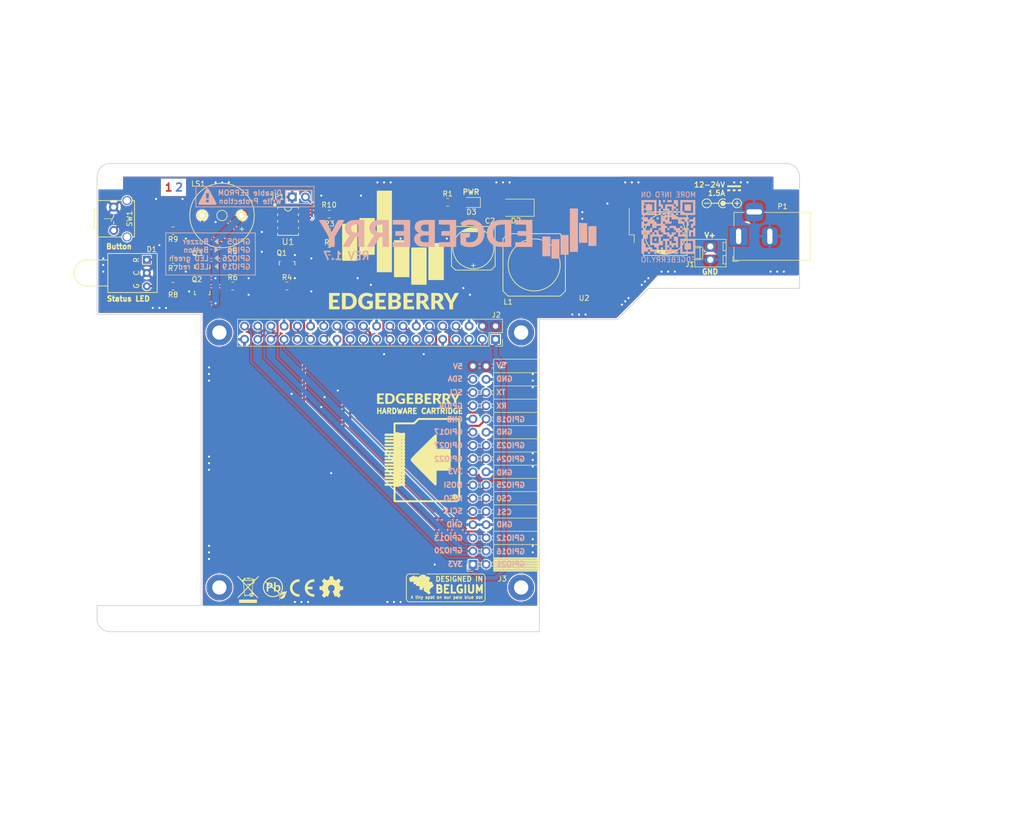
<source format=kicad_pcb>
(kicad_pcb (version 20240108) (generator "pcbnew") (generator_version "8.0")
  (layers (0 "F.Cu" signal) (31 "B.Cu" signal) (34 "B.Paste" user) (35 "F.Paste" user) (36 "B.SilkS" user "B.Silkscreen") (37 "F.SilkS" user "F.Silkscreen") (38 "B.Mask" user) (39 "F.Mask" user) (44 "Edge.Cuts" user))
  (net 0 "")
  (net 1 "+3V3")
  (net 2 "GND")
  (net 3 "btn_1")
  (net 4 "UART_TX")
  (net 5 "UART_RX")
  (net 6 "+12V")
  (net 7 "+5V")
  (net 8 "Net-(D1-A2)")
  (net 9 "Net-(D1-A1)")
  (net 10 "WP")
  (net 11 "Net-(D2-K)")
  (net 12 "Net-(D3-A)")
  (net 13 "I2C_SDA")
  (net 14 "I2C_SCL")
  (net 15 "LED_red")
  (net 16 "ID_SCL")
  (net 17 "ID_SDA")
  (net 18 "buzzer")
  (net 19 "GPIO_4")
  (net 20 "GPIO_23")
  (net 21 "GPIO_24")
  (net 22 "Net-(Q1-C)")
  (net 23 "GPIO_25")
  (net 24 "SPI_SCLK")
  (net 25 "SPI_CS0")
  (net 26 "SPI_CS1")
  (net 27 "SPI_MOSI")
  (net 28 "SPI_MISO")
  (net 29 "GPIO_18")
  (net 30 "GPIO_17")
  (net 31 "GPIO_22")
  (net 32 "GPIO_16")
  (net 33 "GPIO_12")
  (net 34 "GPIO_21")
  (net 35 "GPIO_20")
  (net 36 "GPIO_27")
  (net 37 "GPIO_13")
  (net 38 "LED_green")
  (net 39 "Net-(Q1-B)")
  (net 40 "Net-(Q2-E)")
  (net 41 "Net-(Q2-B)")
  (net 42 "Net-(Q3-E)")
  (net 43 "Net-(Q3-B)")
  (footprint "Capacitors_SMD:c_elec_8x10" (layer "F.Cu") (at 192.849 65.2672 90)
    (property "Reference" "C1")
    (property "Value" "330uF")
  )
  (footprint "Capacitors_SMD:c_elec_8x10" (layer "F.Cu") (at 155.956 68.072 -90)
    (property "Reference" "C2")
    (property "Value" "330uF")
  )
  (footprint "Inductors:SELF-WE-PD-XXL" (layer "F.Cu") (at 167.649 71.272 -90)
    (property "Reference" "L1")
    (property "Value" "33uH")
  )
  (footprint "TO_SOT_Packages_SMD:SOT-23" (layer "F.Cu") (at 103.874 71.297 180)
    (property "Reference" "Q3")
    (property "Value" "BC547")
  )
  (footprint "TO_SOT_Packages_SMD:SOT-23" (layer "F.Cu") (at 103.849 76.347 180)
    (property "Reference" "Q2")
    (property "Value" "BC547")
  )
  (footprint "emcosys:tactile_switch_vertical" (layer "F.Cu") (at 86.829 62.398 -90)
    (property "Reference" "SW1")
    (property "Value" "SW_PUSH")
  )
  (footprint "emcosys:SpuQ_5mm_copper" (layer "F.Cu") (at 112.522 124.714)
    (property "Reference" "G***" (hide yes))
    (property "Value" "LOGO" (hide yes))
  )
  (footprint "emcosys:Hole_M2.5" (layer "F.Cu") (at 87.9 21.7)
    (property "Reference" "REF**" (hide yes))
    (property "Value" "Hole_M3" (hide yes))
  )
  (footprint "TO_SOT_Packages_SMD:SOT-23" (layer "F.Cu") (at 120.149 71.272)
    (property "Reference" "Q1")
    (property "Value" "BC547")
  )
  (footprint "emcosys:Hole_M2.5_small" (layer "F.Cu") (at 86.149 54.272)
    (property "Reference" "REF**" (hide yes))
    (property "Value" "Hole_M2.5_small" (hide yes))
  )
  (footprint "emcosys:Hole_M2.5_small" (layer "F.Cu") (at 216.149 54.272)
    (property "Reference" "REF**" (hide yes))
    (property "Value" "Hole_M2.5_small" (hide yes))
  )
  (footprint "emcosys:Hole_M2.5_small" (layer "F.Cu") (at 86.149 139.272)
    (property "Reference" "REF**" (hide yes))
    (property "Value" "Hole_M2.5_small" (hide yes))
  )
  (footprint "Buzzers_Beepers:Buzzer_12x9.5RM7.6" (layer "F.Cu") (at 107.649 61.772 180)
    (property "Reference" "LS1")
    (property "Value" "Buzzer")
  )
  (footprint "Fiducials:Fiducial_1mm_Dia_2.54mm_Outer_CopperTop" (layer "F.Cu") (at 91.5 56.5)
    (property "Reference" "REF**" (hide yes))
    (property "Value" "Fiducial_1mm_Dia_2.54mm_Outer_CopperTop" (hide yes))
  )
  (footprint "Fiducials:Fiducial_1mm_Dia_2.54mm_Outer_CopperTop" (layer "F.Cu") (at 211.75 56.5)
    (property "Reference" "REF**" (hide yes))
    (property "Value" "Fiducial_1mm_Dia_2.54mm_Outer_CopperTop" (hide yes))
  )
  (footprint "Fiducials:Fiducial_1mm_Dia_2.54mm_Outer_CopperTop" (layer "F.Cu") (at 160.0842 134.787)
    (property "Reference" "REF**" (hide yes))
    (property "Value" "Fiducial_1mm_Dia_2.54mm_Outer_CopperTop" (hide yes))
  )
  (footprint "Connector_Molex:Molex_KK-254_AE-6410-02A_1x02_P2.54mm_Vertical" (layer "F.Cu") (at 201.517 67.731 -90)
    (property "Reference" "J1")
    (property "Value" "Molex_KK_1x02_P2.54mm")
  )
  (footprint "Resistor_SMD:R_0805_2012Metric" (layer "F.Cu") (at 128.274 68.62 180)
    (property "Reference" "R2")
    (property "Value" "10k")
  )
  (footprint "Package_TO_SOT_SMD:TO-263-5_TabPin3" (layer "F.Cu") (at 181.674 68.447 -90)
    (property "Reference" "U2")
    (property "Value" "LM2596S-5.0")
  )
  (footprint "LOGO" (layer "F.Cu") (at 145.949 132.647736)
    (property "Reference" "G***" (hide yes))
    (property "Value" "LOGO" (hide yes))
  )
  (footprint "Resistor_SMD:R_0805_2012Metric" (layer "F.Cu") (at 98.249 64.697 180)
    (property "Reference" "R9")
    (property "Value" "10k")
  )
  (footprint "LED_SMD:LED_0805_2012Metric" (layer "F.Cu") (at 155.624 59.272 180)
    (property "Reference" "D3")
    (property "Value" "LED")
  )
  (footprint "emcosys:SOIC_8" (layer "F.Cu") (at 120.349 62.8865 -90)
    (property "Reference" "U1")
    (property "Value" "24LC256")
  )
  (footprint "Connector_PinSocket_2.54mm:PinSocket_2x20_P2.54mm_Vertical" (layer "F.Cu") (at 160.234 85.572 -90)
    (property "Reference" "J2")
    (property "Value" "Raspberry_Pi_2_3" (hide yes))
  )
  (footprint "emcosys:bicolor_LED_right_angle" (layer "F.Cu") (at 93.199 72.822 -90)
    (property "Reference" "D1")
    (property "Value" "Led_x2")
  )
  (footprint "Connector_PinHeader_2.54mm:PinHeader_1x02_P2.54mm_Vertical" (layer "F.Cu") (at 121.146 58.206 90)
    (property "Reference" "JP1")
    (property "Value" "Jumper_2_Open" (hide yes))
  )
  (footprint "LOGO" (layer "F.Cu") (at 203.749 59.422)
    (property "Reference" "G***" (hide yes))
    (property "Value" "LOGO" (hide yes))
  )
  (footprint "LOGO" (layer "F.Cu") (at 123.049 133.372)
    (property "Reference" "G***" (hide yes))
    (property "Value" "LOGO" (hide yes))
  )
  (footprint "Resistor_SMD:R_0805_2012Metric" (layer "F.Cu") (at 151.024 59.247)
    (property "Reference" "R1")
    (property "Value" "270R")
  )
  (footprint "LOGO" (layer "F.Cu") (at 140.716 78.232)
    (property "Reference" "G***" (hide yes))
    (property "Value" "LOGO" (hide yes))
  )
  (footprint "LOGO" (layer "F.Cu") (at 145.449 96.972)
    (property "Reference" "G***" (hide yes))
    (property "Value" "LOGO" (hide yes))
  )
  (footprint "Resistor_SMD:R_0805_2012Metric" (layer "F.Cu") (at 128.2345 61.508)
    (property "Reference" "R10")
    (property "Value" "10k")
  )
  (footprint "LOGO" (layer "F.Cu") (at 128.649 133.172)
    (property "Reference" "G***" (hide yes))
    (property "Value" "LOGO" (hide yes))
  )
  (footprint "Resistor_SMD:R_0805_2012Metric" (layer "F.Cu") (at 98.249 70.272 180)
    (property "Reference" "R7")
    (property "Value" "270R")
  )
  (footprint "Diode_SMD:D_SMA" (layer "F.Cu") (at 164.149 60.272 180)
    (property "Reference" "D2")
    (property "Value" "SS54")
  )
  (footprint "LOGO" (layer "F.Cu") (at 112.649 133.172)
    (property "Reference" "G***" (hide yes))
    (property "Value" "LOGO" (hide yes))
  )
  (footprint "LOGO" (layer "F.Cu") (at 206.049 56.572)
    (property "Reference" "G***" (hide yes))
    (property "Value" "LOGO" (hide yes))
  )
  (footprint "LOGO" (layer "F.Cu") (at 117.849 133.572)
    (property "Reference" "G***" (hide yes))
    (property "Value" "LOGO" (hide yes))
  )
  (footprint "Resistor_SMD:R_0805_2012Metric" (layer "F.Cu") (at 120.149 75.322)
    (property "Reference" "R4")
    (property "Value" "3k3")
  )
  (footprint "Connector_BarrelJack:BarrelJack_Horizontal" (layer "F.Cu") (at 206.949 65.7795 180)
    (property "Reference" "P1")
    (property "Value" "12Vin")
  )
  (footprint "Resistor_SMD:R_0805_2012Metric" (layer "F.Cu") (at 109.674 70.322)
    (property "Reference" "R5")
    (property "Value" "3k3")
  )
  (footprint "LOGO" (layer "F.Cu") (at 146.249 108.772)
    (property "Reference" "G***" (hide yes))
    (property "Value" "LOGO" (hide yes))
  )
  (footprint "Resistor_SMD:R_0805_2012Metric" (layer "F.Cu") (at 98.249 75.372 180)
    (property "Reference" "R8")
    (property "Value" "270R")
  )
  (footprint "Resistor_SMD:R_0805_2012Metric" (layer "F.Cu") (at 128.299 65.064 180)
    (property "Reference" "R3")
    (property "Value" "10k")
  )
  (footprint "Connector_PinSocket_2.54mm:PinSocket_2x16_P2.54mm_Horizontal" (layer "F.Cu") (at 155.874 128.822 180)
    (property "Reference" "J3")
    (property "Value" "Edgeberry Cartridge Connector")
  )
  (footprint "Resistor_SMD:R_0805_2012Metric" (layer "F.Cu") (at 109.699 75.322)
    (property "Reference" "R6")
    (property "Value" "3k3")
  )
  (footprint "LOGO" (layer "F.Cu") (at 140.462 65.964852)
    (property "Reference" "G***" (hide yes))
    (property "Value" "LOGO" (hide yes))
  )
  (footprint "emcosys:Hole_M3" (layer "B.Cu") (at 165.1464 84.271 180)
    (property "Reference" "REF**" (hide yes))
    (property "Value" "Hole_M3" (hide yes))
  )
  (footprint "emcosys:Hole_M2.5" (layer "B.Cu") (at 107.1464 84.271 180)
    (property "Reference" "REF**" (hide yes))
    (property "Value" "Hole_M3" (hide yes))
  )
  (footprint "emcosys:Hole_M2.5" (layer "B.Cu") (at 107.1464 133.271 180)
    (property "Reference" "REF**" (hide yes))
    (property "Value" "Hole_M3" (hide yes))
  )
  (footprint "emcosys:Hole_M2.5" (layer "B.Cu") (at 165.1464 133.271 180)
    (property "Reference" "REF**" (hide yes))
    (property "Value" "Hole_M3" (hide yes))
  )
  (footprint "emcosys:via_0.6mm" (layer "B.Cu") (at 149.689 96.222 -90)
    (property "Reference" "REF**" (hide yes))
    (property "Value" "via_0.6mm" (hide yes))
  )
  (footprint "emcosys:Hole_M2.5" (layer "B.Cu") (at 112.649 76.772 180)
    (property "Reference" "REF**" (hide yes))
    (property "Value" "Hole_M3" (hide yes))
  )
  (footprint "emcosys:Hole_M2.5" (layer "B.Cu") (at 167.649 76.772 180)
    (property "Reference" "REF**" (hide yes))
    (property "Value" "Hole_M3" (hide yes))
  )
  (footprint "LOGO" (layer "B.Cu") (at 104.8392 58.1044 180)
    (property "Reference" "G***" (hide yes))
    (property "Value" "LOGO" (hide yes))
  )
  (footprint "LOGO" (layer "B.Cu") (at 152.5658 65.2164 180)
    (property "Reference" "G***" (hide yes))
    (property "Value" "LOGO" (hide yes))
  )
  (footprint "LOGO" (layer "B.Cu") (at 193.449 63.972 180)
    (property "Reference" "G***" (hide yes))
    (property "Value" "LOGO" (hide yes))
  )
  (gr_poly (pts (xy 106.8966 67.2738) (xy 106.2616 66.7658) (xy 106.8966 66.2578)) (stroke (width 0.15)) (fill solid) (layer "B.SilkS"))
  (gr_line (start 125.337 56.174) (end 102.6294 56.174) (stroke (width 0.15)) (layer "B.SilkS"))
  (gr_line (start 114.049 73.2182) (end 96.8382 73.2182) (stroke (width 0.15)) (layer "B.SilkS"))
  (gr_line (start 120.003 56.936) (end 124.829 56.936) (stroke (width 0.15)) (layer "B.SilkS"))
  (gr_poly (pts (xy 106.8966 70.4742) (xy 106.2616 69.9662) (xy 106.8966 69.4582)) (stroke (width 0.15)) (fill solid) (layer "B.SilkS"))
  (gr_line (start 120.003 59.476) (end 120.003 56.936) (stroke (width 0.15)) (layer "B.SilkS"))
  (gr_line (start 125.337 60.111) (end 102.6294 60.111) (stroke (width 0.15)) (layer "B.SilkS"))
  (gr_line (start 124.829 59.476) (end 120.003 59.476) (stroke (width 0.15)) (layer "B.SilkS"))
  (gr_poly (pts (xy 106.8966 72.0744) (xy 106.2616 71.5664) (xy 106.8966 71.0584)) (stroke (width 0.15)) (fill solid) (layer "B.SilkS"))
  (gr_line (start 114.049 65.1182) (end 96.8382 65.1182) (stroke (width 0.15)) (layer "B.SilkS"))
  (gr_line (start 102.6294 60.111) (end 102.6294 56.174) (stroke (width 0.15)) (layer "B.SilkS"))
  (gr_line (start 125.337 56.174) (end 125.337 60.111) (stroke (width 0.15)) (layer "B.SilkS"))
  (gr_poly (pts (xy 106.2616 67.8326) (xy 106.8966 68.3406) (xy 106.2616 68.8486)) (stroke (width 0.15)) (fill solid) (layer "B.SilkS"))
  (gr_line (start 114.049 65.1182) (end 114.049 73.2182) (stroke (width 0.15)) (layer "B.SilkS"))
  (gr_line (start 124.829 56.936) (end 124.829 59.476) (stroke (width 0.15)) (layer "B.SilkS"))
  (gr_line (start 96.8382 65.1182) (end 96.8382 73.2182) (stroke (width 0.15)) (layer "B.SilkS"))
  (gr_line (start 157.624736 130.672) (end 147.049 130.672) (stroke (width 0.15)) (layer "F.SilkS"))
  (gr_arc (start 157.624736 130.672) (mid 158.049 130.847736) (end 158.224736 131.272) (stroke (width 0.15)) (layer "F.SilkS"))
  (gr_line (start 143.073264 131.247736) (end 143.073264 135.423472) (stroke (width 0.15)) (layer "F.SilkS"))
  (gr_arc (start 143.673264 136.023472) (mid 143.249 135.847736) (end 143.073264 135.423472) (stroke (width 0.15)) (layer "F.SilkS"))
  (gr_poly (pts (xy 114.299 136.172) (xy 110.999 136.172) (xy 110.999 135.672) (xy 114.299 135.672)) (stroke (width 0.15)) (fill solid) (layer "F.SilkS"))
  (gr_line (start 145.549 130.672) (end 143.673264 130.672) (stroke (width 0.15)) (layer "F.SilkS"))
  (gr_arc (start 158.224736 135.423472) (mid 158.049 135.847736) (end 157.624736 136.023472) (stroke (width 0.15)) (layer "F.SilkS"))
  (gr_line (start 143.673264 136.023472) (end 157.624736 136.023472) (stroke (width 0.15)) (layer "F.SilkS"))
  (gr_arc (start 143.073264 131.272) (mid 143.249 130.847736) (end 143.673264 130.672) (stroke (width 0.15)) (layer "F.SilkS"))
  (gr_line (start 158.224736 135.423472) (end 158.224736 131.272) (stroke (width 0.15)) (layer "F.SilkS"))
  (gr_line (start 183.649 81.772) (end 168.649 81.772) (stroke (width 0.15)) (layer "Edge.Cuts"))
  (gr_arc (start 83.649 54.272) (mid 84.381233 52.504233) (end 86.149 51.772) (stroke (width 0.15)) (layer "Edge.Cuts"))
  (gr_line (start 168.649 141.772) (end 168.649 81.772) (stroke (width 0.15)) (layer "Edge.Cuts"))
  (gr_line (start 103.649 136.772) (end 83.649 136.772) (stroke (width 0.15)) (layer "Edge.Cuts"))
  (gr_line (start 216.149 51.772) (end 86.149 51.772) (stroke (width 0.15)) (layer "Edge.Cuts"))
  (gr_arc (start 216.149 51.772) (mid 217.916767 52.504233) (end 218.649 54.272) (stroke (width 0.15)) (layer "Edge.Cuts"))
  (gr_line (start 189.649 75.772) (end 218.649 75.772) (stroke (width 0.15)) (layer "Edge.Cuts"))
  (gr_line (start 83.649 54.272) (end 83.649 80.772) (stroke (width 0.15)) (layer "Edge.Cuts"))
  (gr_line (start 183.649 81.772) (end 189.649 75.772) (stroke (width 0.15)) (layer "Edge.Cuts"))
  (gr_line (start 83.649 80.772) (end 103.649 80.772) (stroke (width 0.15)) (layer "Edge.Cuts"))
  (gr_line (start 218.649 75.772) (end 218.649 54.272) (stroke (width 0.15)) (layer "Edge.Cuts"))
  (gr_line (start 103.649 80.772) (end 103.649 136.772) (stroke (width 0.15)) (layer "Edge.Cuts"))
  (gr_line (start 168.649 141.772) (end 86.149 141.772) (stroke (width 0.15)) (layer "Edge.Cuts"))
  (gr_arc (start 86.149 141.772) (mid 84.381233 141.039767) (end 83.649 139.272) (stroke (width 0.15)) (layer "Edge.Cuts"))
  (gr_line (start 83.649 136.772) (end 83.649 139.272) (stroke (width 0.15)) (layer "Edge.Cuts"))
  (gr_text "1" (at 97.399 56.372 0) (layer "F.Cu") (effects (font (size 1.5 1.5) (thickness 0.3))))
  (gr_text "2" (at 99.399 56.372 0) (layer "B.Cu") (effects (font (size 1.5 1.5) (thickness 0.3))))
  (gr_text "5V" (at 160.249 90.572 0) (layer "B.SilkS") (effects (font (size 1 1) (thickness 0.25)) (justify right mirror)))
  (gr_text "GPIO24" (at 160.249 108.572 0) (layer "B.SilkS") (effects (font (size 1 1) (thickness 0.25)) (justify right mirror)))
  (gr_text "MOSI" (at 154.049 113.572 0) (layer "B.SilkS") (effects (font (size 1 1) (thickness 0.25)) (justify left mirror)))
  (gr_text "5V" (at 154.049 90.772 0) (layer "B.SilkS") (effects (font (size 1 1) (thickness 0.25)) (justify left mirror)))
  (gr_text "3V3" (at 154.049 110.972 0) (layer "B.SilkS") (effects (font (size 1 1) (thickness 0.25)) (justify left mirror)))
  (gr_text "GND" (at 154.049 100.972 0) (layer "B.SilkS") (effects (font (size 1 1) (thickness 0.25)) (justify left mirror)))
  (gr_text "GND" (at 160.249 111.172 0) (layer "B.SilkS") (effects (font (size 1 1) (thickness 0.25)) (justify right mirror)))
  (gr_text "GPIO21" (at 160.249 128.772 0) (layer "B.SilkS") (effects (font (size 1 1) (thickness 0.25)) (justify right mirror)))
  (gr_text "GPIO12" (at 160.249 123.772 0) (layer "B.SilkS") (effects (font (size 1 1) (thickness 0.25)) (justify right mirror)))
  (gr_text "REV 1.7" (at 126.949 69.522 0) (layer "B.SilkS") (effects (font (size 1.5 1.5) (thickness 0.3)) (justify right mirror)))
  (gr_text "GPIO20" (at 154.049 126.172 0) (layer "B.SilkS") (effects (font (size 1 1) (thickness 0.25)) (justify left mirror)))
  (gr_text "GPIO4" (at 154.049 98.372 0) (layer "B.SilkS") (effects (font (size 1 1) (thickness 0.25)) (justify left mirror)))
  (gr_text "GPIO5\nGPIO6\nGPIO26\nGPIO19" (at 113.249 69.2182 0) (layer "B.SilkS") (effects (font (size 1 1) (thickness 0.2)) (justify left mirror)))
  (gr_text "GPIO25" (at 160.249 113.572 0) (layer "B.SilkS") (effects (font (size 1 1) (thickness 0.25)) (justify right mirror)))
  (gr_text "SCL" (at 154.049 95.772 0) (layer "B.SilkS") (effects (font (size 1 1) (thickness 0.25)) (justify left mirror)))
  (gr_text "GND" (at 160.249 93.172 0) (layer "B.SilkS") (effects (font (size 1 1) (thickness 0.25)) (justify right mirror)))
  (gr_text "CS1" (at 160.249 118.772 0) (layer "B.SilkS") (effects (font (size 1 1) (thickness 0.25)) (justify right mirror)))
  (gr_text "MORE INFO ON" (at 193.449 57.772 0) (layer "B.SilkS") (effects (font (size 1 0.95)) (justify mirror)))
  (gr_text "SCLK" (at 154.049 118.572 0) (layer "B.SilkS") (effects (font (size 1 1) (thickness 0.25)) (justify left mirror)))
  (gr_text "GPIO16" (at 160.249 126.372 0) (layer "B.SilkS") (effects (font (size 1 1) (thickness 0.25)) (justify right mirror)))
  (gr_text "GPIO22" (at 154.049 108.572 0) (layer "B.SilkS") (effects (font (size 1 1) (thickness 0.25)) (justify left mirror)))
  (gr_text "CS0" (at 160.249 116.172 0) (layer "B.SilkS") (effects (font (size 1 1) (thickness 0.25)) (justify right mirror)))
  (gr_text "Buzzer\nButton \nLED green\nLED red" (at 105.2202 69.2042 0) (layer "B.SilkS") (effects (font (size 1 1) (thickness 0.2)) (justify left mirror)))
  (gr_text "GPIO23" (at 160.249 105.972 0) (layer "B.SilkS") (effects (font (size 1 1) (thickness 0.25)) (justify right mirror)))
  (gr_text "SDA" (at 154.049 93.172 0) (layer "B.SilkS") (effects (font (size 1 1) (thickness 0.25)) (justify left mirror)))
  (gr_text "Disable EEPROM\nWrite Protection" (at 119.241 58.2314 0) (layer "B.SilkS") (effects (font (size 1 1) (thickness 0.2)) (justify left mirror)))
  (gr_text "TX" (at 160.249 95.772 0) (layer "B.SilkS") (effects (font (size 1 1) (thickness 0.25)) (justify right mirror)))
  (gr_text "GND" (at 160.249 103.372 0) (layer "B.SilkS") (effects (font (size 1 1) (thickness 0.25)) (justify right mirror)))
  (gr_text "GPIO18" (at 160.249 100.972 0) (layer "B.SilkS") (effects (font (size 1 1) (thickness 0.25)) (justify right mirror)))
  (gr_text "3V3" (at 154.049 128.772 0) (layer "B.SilkS") (effects (font (size 1 1) (thickness 0.25)) (justify left mirror)))
  (gr_text "GPIO17" (at 154.049 103.372 0) (layer "B.SilkS") (effects (font (size 1 1) (thickness 0.25)) (justify left mirror)))
  (gr_text "GND" (at 154.049 121.172 0) (layer "B.SilkS") (effects (font (size 1 1) (thickness 0.25)) (justify left mirror)))
  (gr_text "GND" (at 160.249 121.172 0) (layer "B.SilkS") (effects (font (size 1 1) (thickness 0.25)) (justify right mirror)))
  (gr_text "GPIO27" (at 154.049 105.972 0) (layer "B.SilkS") (effects (font (size 1 1) (thickness 0.25)) (justify left mirror)))
  (gr_text "RX" (at 160.249 98.372 0) (layer "B.SilkS") (effects (font (size 1 1) (thickness 0.25)) (justify right mirror)))
  (gr_text "EDGEBERRY.IO" (at 193.449 70.272 0) (layer "B.SilkS") (effects (font (size 1 1)) (justify mirror)))
  (gr_text "GPIO13" (at 154.049 123.772 0) (layer "B.SilkS") (effects (font (size 1 1) (thickness 0.25)) (justify left mirror)))
  (gr_text "MISO" (at 154.049 116.172 0) (layer "B.SilkS") (effects (font (size 1 1) (thickness 0.25)) (justify left mirror)))
  (gr_text "GND" (at 201.449 72.572 0) (layer "F.SilkS") (effects (font (size 1 1) (thickness 0.25))))
  (gr_text "12-24V\n1.5A" (at 204.449 56.672 0) (layer "F.SilkS") (effects (font (size 1 1) (thickness 0.2)) (justify right)))
  (gr_text "DESIGNED IN" (at 153.249 131.647736 0) (layer "F.SilkS") (effects (font (size 0.95 0.95) (thickness 0.2))))
  (gr_text "HARDWARE CARTRIDGE" (at 145.649 99.372 0) (layer "F.SilkS") (effects (font (size 1 1) (thickness 0.25))))
  (gr_text "Button" (at 87.845 67.732 0) (layer "F.SilkS") (effects (font (size 1 1) (thickness 0.25))))
  (gr_text "\nBELGIUM" (at 148.449 132.447736 0) (layer "F.SilkS") (effects (font (size 1.45 1.45) (thickness 0.3625)) (justify left)))
  (gr_text "V+" (at 201.449 65.572 0) (layer "F.SilkS") (effects (font (size 1 1) (thickness 0.25))))
  (gr_text "PWR" (at 155.5 57.25 0) (layer "F.SilkS") (effects (font (size 1 1) (thickness 0.2))))
  (gr_text "Status LED" (at 89.649 77.772 0) (layer "F.SilkS") (effects (font (size 1 1) (thickness 0.25))))
  (gr_text "A tiny spot on our pale blue dot" (at 143.849 135.147736 0) (layer "F.SilkS") (effects (font (size 0.55 0.55) (thickness 0.125)) (justify left)))
  (segment (start 139.9054 98.1224) (end 152.825 111.042) (width 0.4) (layer "F.Cu") (net 1))
  (segment (start 152.825 111.042) (end 155.879 111.042) (width 0.4) (layer "F.Cu") (net 1))
  (segment (start 125.591 61.508) (end 127.322 61.508) (width 0.4) (layer "F.Cu") (net 1))
  (segment (start 129.2115 63.6045) (end 129.2115 65.064) (width 0.4) (layer "F.Cu") (net 1))
  (segment (start 127.322 61.508) (end 127.322 62.604) (width 0.4) (layer "F.Cu") (net 1))
  (segment (start 125.0645 60.9815) (end 125.591 61.508) (width 0.4) (layer "F.Cu") (net 1))
  (segment (start 139.9054 85.5705) (end 139.9054 85.8834) (width 0.4) (layer "F.Cu") (net 1))
  (segment (start 129.2115 68.595) (end 129.1865 68.62) (width 0.4) (layer "F.Cu") (net 1))
  (segment (start 127.322 62.604) (end 127.877 63.159) (width 0.4) (layer "F.Cu") (net 1))
  (segment (start 119.971 59.646) (end 116.669 59.646) (width 0.4) (layer "F.Cu") (net 1))
  (segment (start 129.2115 65.064) (end 129.2115 68.595) (width 0.4) (layer "F.Cu") (net 1))
  (segment (start 112.097 64.218) (end 110.2162 64.218) (width 0.4) (layer "F.Cu") (net 1))
  (segment (start 121.326 61.001) (end 119.971 59.646) (width 0.4) (layer "F.Cu") (net 1))
  (segment (start 128.766 63.159) (end 129.2115 63.6045) (width 0.4) (layer "F.Cu") (net 1))
  (segment (start 139.9054 85.5705) (end 139.8465 85.5705) (width 0.4) (layer "F.Cu") (net 1))
  (segment (start 105.6012 59.603) (end 102.3246 59.603) (width 0.4) (layer "F.Cu") (net 1))
  (segment (start 139.9054 85.5705) (end 138.672 84.3371) (width 0.4) (layer "F.Cu") (net 1))
  (segment (start 122.807 61.001) (end 121.326 61.001) (width 0.4) (layer "F.Cu") (net 1))
  (segment (start 127.877 63.159) (end 128.766 63.159) (width 0.4) (layer "F.Cu") (net 1))
  (segment (start 139.9054 85.5705) (end 139.9054 85.5024) (width 0.4) (layer "F.Cu") (net 1))
  (segment (start 139.9054 85.5705) (end 139.8599 85.5705) (width 0.4) (layer "F.Cu") (net 1))
  (segment (start 139.9054 85.5705) (end 139.9054 98.1224) (width 0.4) (layer "F.Cu") (net 1))
  (segment (start 99.1615 62.7661) (end 99.1615 64.697) (width 0.4) (layer "F.Cu") (net 1))
  (segment (start 110.2162 64.218) (end 105.6012 59.603) (width 0.4) (layer "F.Cu") (net 1))
  (segment (start 116.669 59.646) (end 112.097 64.218) (width 0.4) (layer "F.Cu") (net 1))
  (segment (start 138.672 80.940259) (end 129.1865 71.454759) (width 0.4) (layer "F.Cu") (net 1))
  (segment (start 138.672 84.3371) (end 138.672 80.940259) (width 0.4) (layer "F.Cu") (net 1))
  (segment (start 129.1865 71.454759) (end 129.1865 68.62) (width 0.4) (layer "F.Cu") (net 1))
  (segment (start 122.799 60.9815) (end 125.0645 60.9815) (width 0.4) (layer "F.Cu") (net 1))
  (segment (start 102.3246 59.603) (end 99.1615 62.7661) (width 0.4) (layer "F.Cu") (net 1))
  (segment (start 161.786 112.3842) (end 161.786 129.9356) (width 0.8) (layer "B.Cu") (net 1))
  (segment (start 160.2254 88.8018) (end 161.786 90.3624) (width 0.8) (layer "B.Cu") (net 1))
  (segment (start 160.2366 131.485) (end 157.0616 131.485) (width 0.8) (layer "B.Cu") (net 1))
  (segment (start 157.219489 112.382489) (end 161.784289 112.382489) (width 0.4) (layer "B.Cu") (net 1))
  (segment (start 155.879 130.3024) (end 155.879 128.822) (width 0.8) (layer "B.Cu") (net 1))
  (segment (start 161.786 90.3624) (end 161.786 112.3842) (width 0.8) (layer "B.Cu") (net 1))
  (segment (start 161.786 129.9356) (end 160.2366 131.485) (width 0.8) (layer "B.Cu") (net 1))
  (segment (start 161.784289 112.382489) (end 161.786 112.3842) (width 0.4) (layer "B.Cu") (net 1))
  (segment (start 157.0616 131.485) (end 155.879 130.3024) (width 0.8) (layer "B.Cu") (net 1))
  (segment (start 160.2254 85.5705) (end 160.2254 88.8018) (width 0.8) (layer "B.Cu") (net 1))
  (segment (start 155.879 111.042) (end 157.219489 112.382489) (width 0.4) (layer "B.Cu") (net 1))
  (segment (start 155.879 121.202) (end 158.419 121.202) (width 0.4) (layer "F.Cu") (net 2))
  (via (at 115.304 68.747) (size 0.6) (drill 0.4) (layers "F.Cu" "B.Cu") (net 2))
  (via (at 167.374 94.782) (size 0.6) (drill 0.4) (layers "F.Cu" "B.Cu") (net 2))
  (via (at 84.824 72.557) (size 0.6) (drill 0.4) (layers "F.Cu" "B.Cu") (net 2))
  (via (at 176.264 80.812) (size 0.6) (drill 0.4) (layers "F.Cu" "B.Cu") (net 2))
  (via (at 185.154 55.412) (size 0.6) (drill 0.4) (layers "F.Cu" "B.Cu") (net 2))
  (via (at 133.719 73.827) (size 0.6) (drill 0.4) (layers "F.Cu" "B.Cu") (net 2))
  (via (at 138.799 88.432) (size 0.6) (drill 0.4) (layers "F.Cu" "B.Cu") (net 2))
  (via (at 100.064 58.587) (size 0.6) (drill 0.4) (layers "F.Cu" "B.Cu") (net 2))
  (via (at 148.524 128.872) (size 0.6) (drill 0.4) (layers "F.Cu" "B.Cu") (net 2))
  (via (at 126.734 98.592) (size 0.6) (drill 0.4) (layers "F.Cu" "B.Cu") (net 2))
  (via (at 162.929 55.412) (size 0.6) (drill 0.4) (layers "F.Cu" "B.Cu") (net 2))
  (via (at 108.954 55.412) (size 0.6) (drill 0.4) (layers "F.Cu" "B.Cu") (net 2))
  (via (at 139.434 136.057) (size 0.6) (drill 0.4) (layers "F.Cu" "B.Cu") (net 2))
  (via (at 167.374 93.512) (size 0.6) (drill 0.4) (layers "F.Cu" "B.Cu") (net 2))
  (via (at 176.899 62.397) (size 0.6) (drill 0.4) (layers "F.Cu" "B.Cu") (net 2))
  (via (at 124.829 76.367) (size 0.6) (drill 0.4) (layers "F.Cu" "B.Cu") (net 2))
  (via (at 136.259 75.097) (size 0.6) (drill 0.4) (layers "F.Cu" "B.Cu") (net 2))
  (via (at 167.374 125.262) (size 0.6) (drill 0.4) (layers "F.Cu" "B.Cu") (net 2))
  (via (at 174.994 80.812) (size 0.6) (drill 0.4) (layers "F.Cu" "B.Cu") (net 2))
  (via (at 160.389 55.412) (size 0.6) (drill 0.4) (layers "F.Cu" "B.Cu") (net 2))
  (via (at 121.654 69.382) (size 0.6) (drill 0.4) (layers "F.Cu" "B.Cu") (net 2))
  (via (at 129.909 95.417) (size 0.6) (drill 0.4) (layers "F.Cu" "B.Cu") (net 2))
  (via (at 206.109 55.412) (size 0.6) (drill 0.4) (layers "F.Cu" "B.Cu") (net 2))
  (via (at 167.374 110.022) (size 0.6) (drill 0.4) (layers "F.Cu" "B.Cu") (net 2))
  (via (at 105.144 109.387) (size 0.6) (drill 0.4) (layers "F.Cu" "B.Cu") (net 2))
  (via (at 95.619 67.477) (size 0.6) (drill 0.4) (layers "F.Cu" "B.Cu") (net 2))
  (via (at 193.409 72.557) (size 0.6) (drill 0.4) (layers "F.Cu" "B.Cu") (net 2))
  (via (at 141.974 66.207) (size 0.6) (drill 0.4) (layers "F.Cu" "B.Cu") (net 2))
  (via (at 214.364 72.557) (size 0.6) (drill 0.4) (layers "F.Cu" "B.Cu") (net 2))
  (via (at 105.144 126.532) (size 0.6) (drill 0.4) (layers "F.Cu" "B.Cu") (net 2))
  (via (at 189.599 73.827) (size 0.6) (drill 0.4) (layers "F.Cu" "B.Cu") (net 2))
  (via (at 96.889 79.542) (size 0.6) (drill 0.4) (layers "F.Cu" "B.Cu") (net 2))
  (via (at 215.634 72.557) (size 0.6) (drill 0.4) (layers "F.Cu" "B.Cu") (net 2))
  (via (at 115.304 64.937) (size 0.6) (drill 0.4) (layers "F.Cu" "B.Cu") (net 2))
  (via (at 187.694 55.412) (size 0.6) (drill 0.4) (layers "F.Cu" "B.Cu") (net 2))
  (via (at 177.534 80.812) (size 0.6) (drill 0.4) (layers "F.Cu" "B.Cu") (net 2))
  (via (at 207.379 55.412) (size 0.6) (drill 0.4) (layers "F.Cu" "B.Cu") (net 2))
  (via (at 140.069 55.412) (size 0.6) (drill 0.4) (layers "F.Cu" "B.Cu") (net 2))
  (via (at 167.374 126.532) (size 0.6) (drill 0.4) (layers "F.Cu" "B.Cu") (net 2))
  (via (at 185.789 77.637) (size 0.6) (drill 0.4) (layers "F.Cu" "B.Cu") (net 2))
  (via (at 106.414 55.412) (size 0.6) (drill 0.4) (layers "F.Cu" "B.Cu") (net 2))
  (via (at 176.899 61.127) (size 0.6) (drill 0.4) (layers "F.Cu" "B.Cu") (net 2))
  (via (at 208.649 55.412) (size 0.6) (drill 0.4) (layers "F.Cu" "B.Cu") (net 2))
  (via (at 95.619 79.542) (size 0.6) (drill 0.4) (layers "F.Cu" "B.Cu") (net 2))
  (via (at 121.654 136.057) (size 0.6) (drill 0.4) (layers "F.Cu" "B.Cu") (net 2))
  (via (at 112.764 73.827) (size 0.6) (drill 0.4) (layers "F.Cu" "B.Cu") (net 2))
  (via (at 124.194 136.057) (size 0.6) (drill 0.4) (layers "F.Cu" "B.Cu") (net 2))
  (via (at 121.654 73.827) (size 0.6) (drill 0.4) (layers "F.Cu" "B.Cu") (net 2))
  (via (at 167.374 108.752) (size 0.6) (drill 0.4) (layers "F.Cu" "B.Cu") (net 2))
  (via (at 94.984 58.587) (size 0.6) (drill 0.4) (layers "F.Cu" "B.Cu") (net 2))
  (via (at 140.704 136.057) (size 0.6) (drill 0.4) (layers "F.Cu" "B.Cu") (net 2))
  (via (at 188.329 75.097) (size 0.6) (drill 0.4) (layers "F.Cu" "B.Cu") (net 2))
  (via (at 106.414 63.032) (size 0.6) (drill 0.4) (layers "F.Cu" "B.Cu") (net 2))
  (via (at 121.019 96.052) (size 0.6) (drill 0.4) (layers "F.Cu" "B.Cu") (net 2))
  (via (at 105.144 90.972) (size 0.6) (drill 0.4) (layers "F.Cu" "B.Cu") (net 2))
  (via (at 84.824 70.017) (size 0.6) (drill 0.4) (layers "F.Cu" "B.Cu") (net 2))
  (via (at 126.734 57.952) (size 0.6) (drill 0.4) (layers "F.Cu" "B.Cu") (net 2))
  (via (at 84.824 71.287) (size 0.6) (drill 0.4) (layers "F.Cu" "B.Cu") (net 2))
  (via (at 122.924 136.057) (size 0.6) (drill 0.4) (layers "F.Cu" "B.Cu") (net 2))
  (via (at 105.144 110.657) (size 0.6) (drill 0.4) (layers "F.Cu" "B.Cu") (net 2))
  (via (at 154.039 75.732) (size 0.6) (drill 0.4) (layers "F.Cu" "B.Cu") (net 2))
  (via (at 192.139 72.557) (size 0.6) (drill 0.4) (layers "F.Cu" "B.Cu") (net 2))
  (via (at 101.334 76.367) (size 0.6) (drill 0.4) (layers "F.Cu" "B.Cu") (net 2))
  (via (at 138.799 55.412) (size 0.6) (drill 0.4) (layers "F.Cu" "B.Cu") (net 2))
  (via (at 127.369 96.687) (size 0.6) (drill 0.4) (layers "F.Cu" "B.Cu") (net 2))
  (via (at 100.699 66.207) (size 0.6) (drill 0.4) (layers "F.Cu" "B.Cu") (net 2))
  (via (at 181.725 59.476) (size 0.6) (drill 0.4) (layers "F.Cu" "B.Cu") (net 2))
  (via (at 167.374 107.482) (size 0.6) (drill 0.4) (layers "F.Cu" "B.Cu") (net 2))
  (via (at 137.529 55.412) (size 0.6) (drill 0.4) (layers "F.Cu" "B.Cu") (net 2))
  (via (at 105.144 108.117) (size 0.6) (drill 0.4) (layers "F.Cu" "B.Cu") (net 2))
  (via (at 105.144 92.242) (size 0.6) (drill 0.4) (layers "F.Cu" "B.Cu") (net 2))
  (via (at 124.829 70.017) (size 0.6) (drill 0.4) (layers "F.Cu" "B.Cu") (net 2))
  (via (at 184.519 78.907) (size 0.6) (drill 0.4) (layers "F.Cu" "B.Cu") (net 2))
  (via (at 112.764 77.002) (size 0.6) (drill 0.4) (layers "F.Cu" "B.Cu") (net 2))
  (via (at 185.154 78.272) (size 0.6) (drill 0.4) (layers "F.Cu" "B.Cu") (net 2))
  (via (at 128.639 111.292) (size 0.6) (drill 0.4) (layers "F.Cu" "B.Cu") (net 2))
  (via (at 141.974 136.057) (size 0.6) (drill 0.4) (layers "F.Cu" "B.Cu") (net 2))
  (via (at 105.144 93.512) (size 0.6) (drill 0.4) (layers "F.Cu" "B.Cu") (net 2))
  (via (at 134.354 57.952) (size 0.6) (drill 0.4) (layers "F.Cu" "B.Cu") (net 2))
  (via (at 107.684 55.412) (size 0.6) (drill 0.4) (layers "F.Cu" "B.Cu") (net 2))
  (via (at 188.964 74.462) (size 0.6) (drill 0.4) (layers "F.Cu" "B.Cu") (net 2))
  (via (at 105.144 127.802) (size 0.6) (drill 0.4) (layers "F.Cu" "B.Cu") (net 2))
  (via (at 213.094 72.557) (size 0.6) (drill 0.4) (layers "F.Cu" "B.Cu") (net 2))
  (via (at 155.309 77.002) (size 0.6) (drill 0.4) (layers "F.Cu" "B.Cu") (net 2))
  (via (at 161.659 55.412) (size 0.6) (drill 0.4) (layers "F.Cu" "B.Cu") (net 2))
  (via (at 167.374 123.992) (size 0.6) (drill 0.4) (layers "F.Cu" "B.Cu") (net 2))
  (via (at 186.424 55.412) (size 0.6) (drill 0.4) (layers "F.Cu" "B.Cu") (net 2))
  (via (at 100.699 72.557) (size 0.6) (drill 0.4) (layers "F.Cu" "B.Cu") (net 2))
  (via (at 94.349 79.542) (size 0.6) (drill 0.4) (layers "F.Cu" "B.Cu") (net 2))
  (via (at 150.864 66.207) (size 0.6) (drill 0.4) (layers "F.Cu" "B.Cu") (net 2))
  (via (at 105.144 125.262) (size 0.6) (drill 0.4) (layers "F.Cu" "B.Cu") (net 2))
  (via (at 167.374 92.242) (size 0.6) (drill 0.4) (layers "F.Cu" "B.Cu") (net 2))
  (via (at 146.419 88.432) (size 0.6) (drill 0.4) (layers "F.Cu" "B.Cu") (net 2))
  (via (at 194.679 72.557) (size 0.6) (drill 0.4) (layers "F.Cu" "B.Cu") (net 2))
  (segment (start 122.1254 85.5024) (end 120.865 84.242) (width 0.4) (layer "F.Cu") (net 3))
  (segment (start 120.865 84.242) (end 120.865 79.416) (width 0.4) (layer "F.Cu") (net 3))
  (segment (start 120.865 79.416) (end 114.007 72.558) (width 0.4) (layer "F.Cu") (net 3))
  (segment (start 113.499 72.05) (end 113.499 70.018) (width 0.4) (layer "F.Cu") (net 3))
  (segment (start 113.499 70.018) (end 111.467 67.986) (width 0.4) (layer "F.Cu") (net 3))
  (segment (start 111.467 67.986) (end 98.513 67.986) (width 0.4) (layer "F.Cu") (net 3))
  (segment (start 98.513 67.986) (end 97.309 66.782) (width 0.4) (layer "F.Cu") (net 3))
  (segment (start 97.309 66.782) (end 97.309 64.684) (width 0.4) (layer "F.Cu") (net 3))
  (segment (start 86.865 64.648) (end 87.591 63.922) (width 0.4) (layer "F.Cu") (net 3))
  (segment (start 87.591 63.922) (end 94.703 63.922) (width 0.4) (layer "F.Cu") (net 3))
  (segment (start 94.703 63.922) (end 95.465 64.684) (width 0.4) (layer "F.Cu") (net 3))
  (segment (start 95.465 64.684) (end 97.309 64.684) (width 0.4) (layer "F.Cu") (net 3))
  (segment (start 122.1254 85.5705) (end 122.3305 85.5705) (width 0.4) (layer "F.Cu") (net 3))
  (segment (start 114.007 72.558) (end 113.499 72.05) (width 0.4) (layer "F.Cu") (net 3))
  (segment (start 86.829 64.648) (end 86.865 64.648) (width 0.4) (layer "F.Cu") (net 3))
  (segment (start 122.1254 85.5705) (end 122.1254 85.5216) (width 0.4) (layer "F.Cu") (net 3))
  (segment (start 122.1254 85.5705) (end 122.1254 85.5024) (width 0.4) (layer "F.Cu") (net 3))
  (segment (start 152.569 82.9941) (end 152.6054 83.0305) (width 0.4) (layer "F.Cu") (net 4))
  (segment (start 152.6054 83.1364) (end 153.88 84.411) (width 0.4) (layer "F.Cu") (net 4))
  (segment (start 153.88 84.411) (end 153.88 86.57) (width 0.4) (layer "F.Cu") (net 4))
  (segment (start 153.88 86.57) (end 152.102 88.348) (width 0.4) (layer "F.Cu") (net 4))
  (segment (start 152.102 88.348) (end 152.102 91.269) (width 0.4) (layer "F.Cu") (net 4))
  (segment (start 158.237 95.802) (end 156.928 97.111) (width 0.4) (layer "F.Cu") (net 4))
  (segment (start 156.928 97.111) (end 153.753 97.111) (width 0.4) (layer "F.Cu") (net 4))
  (segment (start 153.753 97.111) (end 152.102 95.46) (width 0.4) (layer "F.Cu") (net 4))
  (segment (start 152.102 95.46) (end 152.102 91.269) (width 0.4) (layer "F.Cu") (net 4))
  (segment (start 152.6054 83.0305) (end 152.6054 83.125) (width 0.4) (layer "F.Cu") (net 4))
  (segment (start 152.6054 83.0305) (end 152.5999 83.0305) (width 0.4) (layer "F.Cu") (net 4))
  (segment (start 152.6054 83.0305) (end 152.6054 83.075) (width 0.4) (layer "F.Cu") (net 4))
  (segment (start 152.6054 83.0305) (end 152.6054 83.1364) (width 0.4) (layer "F.Cu") (net 4))
  (segment (start 152.6054 83.0305) (end 152.6054 83.094) (width 0.4) (layer "F.Cu") (net 4))
  (segment (start 152.6054 83.0305) (end 152.6054 83.221) (width 0.4) (layer "F.Cu") (net 4))
  (segment (start 158.419 95.802) (end 158.237 95.802) (width 0.4) (layer "F.Cu") (net 4))
  (segment (start 150.0654 83.1364) (end 151.34 84.411) (width 0.4) (layer "F.Cu") (net 5))
  (segment (start 151.34 84.411) (end 151.34 87.078) (width 0.4) (layer "F.Cu") (net 5))
  (segment (start 151.34 87.078) (end 150.578 87.84) (width 0.4) (layer "F.Cu") (net 5))
  (segment (start 150.578 87.84) (end 150.578 97.365) (width 0.4) (layer "F.Cu") (net 5))
  (segment (start 150.578 97.365) (end 152.864 99.651) (width 0.4) (layer "F.Cu") (net 5))
  (segment (start 152.864 99.651) (end 157.055 99.651) (width 0.4) (layer "F.Cu") (net 5))
  (segment (start 157.11 99.651) (end 158.419 98.342) (width 0.4) (layer "F.Cu") (net 5))
  (segment (start 150.0654 83.0305) (end 150.0654 83.065) (width 0.4) (layer "F.Cu") (net 5))
  (segment (start 157.055 99.651) (end 157.11 99.651) (width 0.4) (layer "F.Cu") (net 5))
  (segment (start 150.0654 83.0305) (end 150.0654 83.1364) (width 0.4) (layer "F.Cu") (net 5))
  (segment (start 150.0654 83.0305) (end 150.1289 83.0305) (width 0.4) (layer "F.Cu") (net 5))
  (segment (start 150.0654 83.0305) (end 149.9999 83.0305) (width 0.4) (layer "F.Cu") (net 5))
  (segment (start 150.0654 83.0305) (end 150.0654 83.094) (width 0.4) (layer "B.Cu") (net 5))
  (segment (start 103.847 73.32) (end 104.355 73.828) (width 0.4) (layer "F.Cu") (net 7))
  (segment (start 104.355 73.828) (end 106.387 73.828) (width 0.4) (layer "F.Cu") (net 7))
  (segment (start 103.847 77.892) (end 104.609 78.654) (width 0.4) (layer "F.Cu") (net 7))
  (segment (start 111.585 61.772) (end 117.055 56.302) (width 1.4) (layer "F.Cu") (net 7))
  (segment (start 117.055 56.302) (end 135.597 56.302) (width 1.4) (layer "F.Cu") (net 7))
  (segment (start 135.597 56.302) (end 143.725 64.43) (width 1.4) (layer "F.Cu") (net 7))
  (segment (start 165.64774 76.27326) (end 167.649 76.27326) (width 1.4) (layer "F.Cu") (net 7))
  (segment (start 103.847 72.28622) (end 103.847 73.32) (width 0.4) (layer "F.Cu") (net 7))
  (segment (start 104.609 78.654) (end 106.413 78.654) (width 0.4) (layer "F.Cu") (net 7))
  (segment (start 103.847 77.36622) (end 103.847 77.892) (width 0.4) (layer "F.Cu") (net 7))
  (segment (start 150.05 64.7) (end 147.0225 67.7275) (width 1.4) (layer "F.Cu") (net 7))
  (segment (start 150.05 59.25) (end 150.05 64.7) (width 1.4) (layer "F.Cu") (net 7))
  (segment (start 150.6182 71.3232) (end 147.0225 67.7275) (width 1.4) (layer "F.Cu") (net 7))
  (segment (start 106.413 78.654) (end 106.414 78.653) (width 0.4) (layer "F.Cu") (net 7))
  (segment (start 155.956 71.3232) (end 150.6182 71.3232) (width 1.4) (layer "F.Cu") (net 7))
  (segment (start 111.44884 61.772) (end 111.585 61.772) (width 1.4) (layer "F.Cu") (net 7))
  (segment (start 147.0225 67.7275) (end 143.725 64.43) (width 1.4) (layer "F.Cu") (net 7))
  (via (at 106.387 73.828) (size 0.6) (drill 0.4) (layers "F.Cu" "B.Cu") (net 7))
  (via (at 106.414 78.653) (size 0.6) (drill 0.4) (layers "F.Cu" "B.Cu") (net 7))
  (segment (start 106.387 73.828) (end 106.514 73.828) (width 0.4) (layer "B.Cu") (net 7))
  (segment (start 107.44564 65.7752) (end 107.4046 65.7752) (width 1.4) (layer "B.Cu") (net 7))
  (segment (start 111.44884 61.772) (end 107.44564 65.7752) (width 1.4) (layer "B.Cu") (net 7))
  (segment (start 106.387 78.626) (end 106.414 78.653) (width 1.4) (layer "B.Cu") (net 7))
  (segment (start 107.4046 65.7752) (end 106.387 66.7928) (width 1.4) (layer "B.Cu") (net 7))
  (segment (start 106.387 66.7928) (end 106.387 73.828) (width 1.4) (layer "B.Cu") (net 7))
  (segment (start 106.387 73.828) (end 106.387 78.626) (width 1.4) (layer "B.Cu") (net 7))
  (segment (start 93.179 75.352) (end 97.309 75.352) (width 0.4) (layer "F.Cu") (net 8))
  (segment (start 93.179 70.272) (end 97.309 70.272) (width 0.4) (layer "F.Cu") (net 9))
  (segment (start 124.9185 62.2515) (end 124.949 62.282) (width 0.4) (layer "F.Cu") (net 10))
  (segment (start 124.949 62.282) (end 124.968 62.282) (width 0.4) (layer "F.Cu") (net 10))
  (segment (start 124.9375 62.2515) (end 124.949 62.263) (width 0.4) (layer "F.Cu") (net 10))
  (segment (start 129.147 60.365) (end 129.147 61.508) (width 0.4) (layer "F.Cu") (net 10))
  (segment (start 125.083 59.603) (end 128.385 59.603) (width 0.4) (layer "F.Cu") (net 10))
  (segment (start 122.799 62.2515) (end 124.9185 62.2515) (width 0.4) (layer "F.Cu") (net 10))
  (segment (start 124.949 62.263) (end 124.949 62.282) (width 0.4) (layer "F.Cu") (net 10))
  (segment (start 123.686 58.206) (end 125.083 59.603) (width 0.4) (layer "F.Cu") (net 10))
  (segment (start 124.968 62.282) (end 124.956 62.27) (width 0.4) (layer "F.Cu") (net 10))
  (segment (start 128.385 59.603) (end 129.147 60.365) (width 0.4) (layer "F.Cu") (net 10))
  (via (at 124.949 62.282) (size 0.6) (drill 0.4) (layers "F.Cu" "B.Cu") (net 10))
  (segment (start 124.956 59.476) (end 123.686 58.206) (width 0.4) (layer "B.Cu") (net 10))
  (segment (start 124.956 62.27) (end 124.956 59.476) (width 0.4) (layer "B.Cu") (net 10))
  (segment (start 151.95 59.25) (end 154.45098 59.25) (width 0.4) (layer "F.Cu") (net 12))
  (segment (start 157.6854 86.7356) (end 156.149 88.272) (width 0.4) (layer "F.Cu") (net 13))
  (segment (start 156.149 88.272) (end 154.149 88.272) (width 0.4) (layer "F.Cu") (net 13))
  (segment (start 154.149 88.272) (end 153.649 88.772) (width 0.4) (layer "F.Cu") (net 13))
  (segment (start 153.649 88.772) (end 153.649 92.772) (width 0.4) (layer "F.Cu") (net 13))
  (segment (start 153.649 92.772) (end 154.139 93.262) (width 0.4) (layer "F.Cu") (net 13))
  (segment (start 154.139 93.262) (end 155.879 93.262) (width 0.4) (layer "F.Cu") (net 13))
  (segment (start 157.6854 85.5705) (end 157.6854 86.7356) (width 0.4) (layer "F.Cu") (net 13))
  (segment (start 157.6854 85.5705) (end 157.6854 85.5024) (width 0.4) (layer "F.Cu") (net 13))
  (segment (start 155.1454 87.2096) (end 154.769 87.586) (width 0.4) (layer "F.Cu") (net 14))
  (segment (start 154.769 87.586) (end 153.88 87.586) (width 0.4) (layer "F.Cu") (net 14))
  (segment (start 153.88 87.586) (end 152.864 88.602) (width 0.4) (layer "F.Cu") (net 14))
  (segment (start 152.864 88.602) (end 152.864 94.698) (width 0.4) (layer "F.Cu") (net 14))
  (segment (start 152.864 94.698) (end 153.968 95.802) (width 0.4) (layer "F.Cu") (net 14))
  (segment (start 153.968 95.802) (end 155.879 95.802) (width 0.4) (layer "F.Cu") (net 14))
  (segment (start 155.1454 85.5705) (end 155.1454 85.5024) (width 0.4) (layer "F.Cu") (net 14))
  (segment (start 155.1454 85.5705) (end 155.1454 85.2484) (width 0.4) (layer "F.Cu") (net 14))
  (segment (start 155.1454 85.5705) (end 155.1454 87.2096) (width 0.4) (layer "F.Cu") (net 14))
  (segment (start 117.2505 85.5705) (end 118.325 84.496) (width 0.4) (layer "F.Cu") (net 15))
  (segment (start 118.325 84.496) (end 118.325 77.892) (width 0.4) (layer "F.Cu") (net 15))
  (segment (start 118.325 77.892) (end 112.737 72.304) (width 0.4) (layer "F.Cu") (net 15))
  (segment (start 112.737 72.304) (end 112.737 71.288) (width 0.4) (layer "F.Cu") (net 15))
  (segment (start 112.737 71.288) (end 111.721 70.272) (width 0.4) (layer "F.Cu") (net 15))
  (segment (start 111.721 70.272) (end 110.639 70.272) (width 0.4) (layer "F.Cu") (net 15))
  (segment (start 117.0454 85.5705) (end 117.2505 85.5705) (width 0.4) (layer "F.Cu") (net 15))
  (segment (start 117.0454 85.5705) (end 117.0454 85.5216) (width 0.4) (layer "F.Cu") (net 15))
  (segment (start 120.738 63.541) (end 120.357 63.922) (width 0.4) (layer "F.Cu") (net 16))
  (segment (start 120.357 63.922) (end 120.357 66.462) (width 0.4) (layer "F.Cu") (net 16))
  (segment (start 120.357 66.462) (end 122.897 69.002) (width 0.4) (layer "F.Cu") (net 16))
  (segment (start 122.897 69.002) (end 122.897 78.146) (width 0.4) (layer "F.Cu") (net 16))
  (segment (start 122.897 78.146) (end 124.675 79.924) (width 0.4) (layer "F.Cu") (net 16))
  (segment (start 124.675 79.924) (end 125.691 79.924) (width 0.4) (layer "F.Cu") (net 16))
  (segment (start 125.691 79.924) (end 127.2054 81.4384) (width 0.4) (layer "F.Cu") (net 16))
  (segment (start 127.2054 81.4384) (end 127.2054 83.0305) (width 0.4) (layer "F.Cu") (net 16))
  (segment (start 122.807 63.541) (end 120.738 63.541) (width 0.4) (layer "F.Cu") (net 16))
  (segment (start 126.353 65.064) (end 127.3865 65.064) (width 0.4) (layer "F.Cu") (net 16))
  (segment (start 124.8105 63.5215) (end 126.353 65.064) (width 0.4) (layer "F.Cu") (net 16))
  (segment (start 122.799 63.5215) (end 124.8105 63.5215) (width 0.4) (layer "F.Cu") (net 16))
  (segment (start 122.807 67.642) (end 123.659 68.494) (width 0.4) (layer "F.Cu") (net 17))
  (segment (start 123.659 68.494) (end 123.659 77.892) (width 0.4) (layer "F.Cu") (net 17))
  (segment (start 123.659 77.892) (end 124.929 79.162) (width 0.4) (layer "F.Cu") (net 17))
  (segment (start 124.929 79.162) (end 125.945 79.162) (width 0.4) (layer "F.Cu") (net 17))
  (segment (start 125.945 79.162) (end 128.485 81.702) (width 0.4) (layer "F.Cu") (net 17))
  (segment (start 128.485 81.702) (end 128.485 84.2909) (width 0.4) (layer "F.Cu") (net 17))
  (segment (start 128.485 84.2909) (end 127.2054 85.5705) (width 0.4) (layer "F.Cu") (net 17))
  (segment (start 122.799 64.7915) (end 124.5565 64.7915) (width 0.4) (layer "F.Cu") (net 17))
  (segment (start 126.226 68.62) (end 127.3615 68.62) (width 0.4) (layer "F.Cu") (net 17))
  (segment (start 124.5565 64.7915) (end 125.464 65.699) (width 0.4) (layer "F.Cu") (net 17))
  (segment (start 125.464 65.699) (end 125.464 67.858) (width 0.4) (layer "F.Cu") (net 17))
  (segment (start 125.464 67.858) (end 126.226 68.62) (width 0.4) (layer "F.Cu") (net 17))
  (segment (start 127.2054 85.5705) (end 127.4105 85.5705) (width 0.4) (layer "F.Cu") (net 17))
  (segment (start 122.807 64.811) (end 122.807 67.642) (width 0.4) (layer "F.Cu") (net 17))
  (segment (start 124.6654 85.5024) (end 123.405 84.242) (width 0.4) (layer "F.Cu") (net 18))
  (segment (start 123.405 84.242) (end 123.405 80.686) (width 0.4) (layer "F.Cu") (net 18))
  (segment (start 123.405 80.686) (end 121.099 78.38) (width 0.4) (layer "F.Cu") (net 18))
  (segment (start 121.099 78.38) (end 121.099 75.272) (width 0.4) (layer "F.Cu") (net 18))
  (segment (start 124.6654 85.5705) (end 124.6654 85.5024) (width 0.4) (layer "F.Cu") (net 18))
  (segment (start 124.6654 85.5705) (end 124.8705 85.5705) (width 0.4) (layer "F.Cu") (net 18))
  (segment (start 124.6654 85.5705) (end 124.6654 85.5216) (width 0.4) (layer "F.Cu") (net 18))
  (segment (start 152.6054 86.8286) (end 151.34 88.094) (width 0.4) (layer "F.Cu") (net 19))
  (segment (start 151.34 88.094) (end 151.34 96.984) (width 0.4) (layer "F.Cu") (net 19))
  (segment (start 151.34 96.984) (end 152.698 98.342) (width 0.4) (layer "F.Cu") (net 19))
  (segment (start 152.698 98.342) (end 155.879 98.342) (width 0.4) (layer "F.Cu") (net 19))
  (segment (start 152.6054 85.5705) (end 152.6054 86.8286) (width 0.4) (layer "F.Cu") (net 19))
  (segment (start 152.6054 85.5705) (end 152.6054 85.2484) (width 0.4) (layer "F.Cu") (net 19))
  (segment (start 152.6054 85.5705) (end 152.6054 86.015) (width 0.4) (layer "F.Cu") (net 19))
  (segment (start 142.4665 83.0305) (end 143.72 84.284) (width 0.4) (layer "F.Cu") (net 20))
  (segment (start 143.72 84.284) (end 143.72 97.365) (width 0.4) (layer "F.Cu") (net 20))
  (segment (start 143.72 97.365) (end 153.626 107.271) (width 0.4) (layer "F.Cu") (net 20))
  (segment (start 153.626 107.271) (end 157.11 107.271) (width 0.4) (layer "F.Cu") (net 20))
  (segment (start 157.11 107.271) (end 158.419 105.962) (width 0.4) (layer "F.Cu") (net 20))
  (segment (start 142.4454 83.0305) (end 142.4665 83.0305) (width 0.4) (layer "F.Cu") (net 20))
  (segment (start 139.9054 83.1364) (end 141.18 84.411) (width 0.4) (layer "F.Cu") (net 21))
  (segment (start 141.18 84.411) (end 141.18 97.492) (width 0.4) (layer "F.Cu") (net 21))
  (segment (start 141.18 97.492) (end 153.499 109.811) (width 0.4) (layer "F.Cu") (net 21))
  (segment (start 153.499 109.811) (end 157.11 109.811) (width 0.4) (layer "F.Cu") (net 21))
  (segment (start 157.11 109.811) (end 158.419 108.502) (width 0.4) (layer "F.Cu") (net 21))
  (segment (start 139.9054 83.0305) (end 139.9054 83.1364) (width 0.4) (layer "F.Cu") (net 21))
  (segment (start 120.149 69.048) (end 117.563 66.462) (width 0.4) (layer "F.Cu") (net 22))
  (segment (start 117.563 66.462) (end 106.133 66.462) (width 0.4) (layer "F.Cu") (net 22))
  (segment (start 106.133 66.462) (end 103.84916 64.17816) (width 0.4) (layer "F.Cu") (net 22))
  (segment (start 103.84916 64.17816) (end 103.84916 61.772) (width 0.4) (layer "F.Cu") (net 22))
  (segment (start 120.149 70.27378) (end 120.149 69.048) (width 0.4) (layer "F.Cu") (net 22))
  (segment (start 134.8465 83.0305) (end 136.1 84.284) (width 0.4) (layer "F.Cu") (net 23))
  (segment (start 136.1 84.284) (end 136.1 98.254) (width 0.4) (layer "F.Cu") (net 23))
  (segment (start 136.1 98.254) (end 152.737 114.891) (width 0.4) (layer "F.Cu") (net 23))
  (segment (start 152.737 114.891) (end 157.11 114.891) (width 0.4) (layer "F.Cu") (net 23))
  (segment (start 157.11 114.891) (end 158.419 113.582) (width 0.4) (layer "F.Cu") (net 23))
  (segment (start 134.8254 83.0305) (end 134.8254 82.7084) (width 0.4) (layer "F.Cu") (net 23))
  (segment (start 134.8254 83.0305) (end 134.8465 83.0305) (width 0.4) (layer "F.Cu") (net 23))
  (segment (start 132.2854 102.4404) (end 148.507 118.662) (width 0.4) (layer "F.Cu") (net 24))
  (segment (start 148.507 118.662) (end 155.879 118.662) (width 0.4) (layer "F.Cu") (net 24))
  (segment (start 132.2854 85.5705) (end 132.2854 85.2484) (width 0.4) (layer "F.Cu") (net 24))
  (segment (start 132.2854 85.5705) (end 132.2854 85.5024) (width 0.4) (layer "F.Cu") (net 24))
  (segment (start 132.2854 85.5705) (end 132.2854 102.4404) (width 0.4) (layer "F.Cu") (net 24))
  (segment (start 132.4335 83.0305) (end 133.56 84.157) (width 0.4) (layer "F.Cu") (net 25))
  (segment (start 133.56 84.157) (end 133.56 100.667) (width 0.4) (layer "F.Cu") (net 25))
  (segment (start 133.56 100.667) (end 150.324 117.431) (width 0.4) (layer "F.Cu") (net 25))
  (segment (start 150.324 117.431) (end 157.11 117.431) (width 0.4) (layer "F.Cu") (net 25))
  (segment (start 157.11 117.431) (end 158.419 116.122) (width 0.4) (layer "F.Cu") (net 25))
  (segment (start 132.2854 83.0305) (end 132.4335 83.0305) (width 0.4) (layer "F.Cu") (net 25))
  (segment (start 129.7454 83.1364) (end 131.02 84.411) (width 0.4) (layer "F.Cu") (net 26))
  (segment (start 131.02 84.411) (end 131.02 103.08) (width 0.4) (layer "F.Cu") (net 26))
  (segment (start 131.02 103.08) (end 147.911 119.971) (width 0.4) (layer "F.Cu") (net 26))
  (segment (start 147.911 119.971) (end 157.11 119.971) (width 0.4) (layer "F.Cu") (net 26))
  (segment (start 157.11 119.971) (end 158.419 118.662) (width 0.4) (layer "F.Cu") (net 26))
  (segment (start 129.7454 83.0305) (end 129.7454 83.1364) (width 0.4) (layer "F.Cu") (net 26))
  (segment (start 129.7454 83.0305) (end 129.7454 83.2164) (width 0.4) (layer "F.Cu") (net 26))
  (segment (start 137.3654 97.6144) (end 153.333 113.582) (width 0.4) (layer "F.Cu") (net 27))
  (segment (start 153.333 113.582) (end 155.879 113.582) (width 0.4) (layer "F.Cu") (net 27))
  (segment (start 137.3654 85.5705) (end 137.3654 85.5024) (width 0.4) (layer "F.Cu") (net 27))
  (segment (start 137.3654 85.5705) (end 137.3654 97.6144) (width 0.4) (layer "F.Cu") (net 27))
  (segment (start 134.8254 99.9004) (end 151.047 116.122) (width 0.4) (layer "F.Cu") (net 28))
  (segment (start 151.047 116.122) (end 155.879 116.122) (width 0.4) (layer "F.Cu") (net 28))
  (segment (start 134.8254 85.5705) (end 134.8254 85.2484) (width 0.4) (layer "F.Cu") (net 28))
  (segment (start 134.8254 85.5705) (end 134.8254 99.9004) (width 0.4) (layer "F.Cu") (net 28))
  (segment (start 134.8254 85.5705) (end 134.8254 85.5024) (width 0.4) (layer "F.Cu") (net 28))
  (segment (start 147.5465 83.0305) (end 148.8 84.284) (width 0.4) (layer "F.Cu") (net 29))
  (segment (start 148.8 84.284) (end 148.8 97.238) (width 0.4) (layer "F.Cu") (net 29))
  (segment (start 148.8 97.238) (end 153.753 102.191) (width 0.4) (layer "F.Cu") (net 29))
  (segment (start 153.753 102.191) (end 157.11 102.191) (width 0.4) (layer "F.Cu") (net 29))
  (segment (start 157.11 102.191) (end 158.419 100.882) (width 0.4) (layer "F.Cu") (net 29))
  (segment (start 147.5254 83.0305) (end 147.5465 83.0305) (width 0.4) (layer "F.Cu") (net 29))
  (segment (start 147.5254 97.1064) (end 153.841 103.422) (width 0.4) (layer "F.Cu") (net 30))
  (segment (start 153.841 103.422) (end 155.879 103.422) (width 0.4) (layer "F.Cu") (net 30))
  (segment (start 147.5254 85.5705) (end 147.5254 97.1064) (width 0.4) (layer "F.Cu") (net 30))
  (segment (start 142.4454 97.2334) (end 153.714 108.502) (width 0.4) (layer "F.Cu") (net 31))
  (segment (start 153.714 108.502) (end 155.879 108.502) (width 0.4) (layer "F.Cu") (net 31))
  (segment (start 142.4454 85.5705) (end 142.4454 97.2334) (width 0.4) (layer "F.Cu") (net 31))
  (segment (start 117.0454 83.5174) (end 118.32 84.792) (width 0.4) (layer "B.Cu") (net 32))
  (segment (start 118.32 84.792) (end 118.32 89.11) (width 0.4) (layer "B.Cu") (net 32))
  (segment (start 118.32 89.11) (end 154.261 125.051) (width 0.4) (layer "B.Cu") (net 32))
  (segment (start 154.261 125.051) (end 157.188 125.051) (width 0.4) (layer "B.Cu") (net 32))
  (segment (start 157.188 125.051) (end 158.419 126.282) (width 0.4) (layer "B.Cu") (net 32))
  (segment (start 117.0454 83.0305) (end 117.0454 83.5174) (width 0.4) (layer "B.Cu") (net 32))
  (segment (start 122.1254 83.81093) (end 123.4 85.08553) (width 0.4) (layer "F.Cu") (net 33))
  (segment (start 123.4 85.08553) (end 123.4 97.619) (width 0.4) (layer "F.Cu") (net 33))
  (segment (start 123.4 97.619) (end 148.292 122.511) (width 0.4) (layer "F.Cu") (net 33))
  (segment (start 148.292 122.511) (end 157.188 122.511) (width 0.4) (layer "F.Cu") (net 33))
  (segment (start 157.188 122.511) (end 158.419 123.742) (width 0.4) (layer "F.Cu") (net 33))
  (segment (start 122.1254 83.0305) (end 122.1254 83.81093) (width 0.4) (layer "F.Cu") (net 33))
  (segment (start 112.1135 83.0305) (end 113.24 84.157) (width 0.4) (layer "B.Cu") (net 34))
  (segment (start 113.24 84.157) (end 113.24 89.872) (width 0.4) (layer "B.Cu") (net 34))
  (segment (start 113.24 89.872) (end 150.959 127.591) (width 0.4) (layer "B.Cu") (net 34))
  (segment (start 150.959 127.591) (end 157.188 127.591) (width 0.4) (layer "B.Cu") (net 34))
  (segment (start 157.188 127.591) (end 158.419 128.822) (width 0.4) (layer "B.Cu") (net 34))
  (segment (start 111.9654 83.0305) (end 112.1135 83.0305) (width 0.4) (layer "B.Cu") (net 34))
  (segment (start 114.5265 83.0305) (end 115.78 84.284) (width 0.4) (layer "B.Cu") (net 35))
  (segment (start 115.78 84.284) (end 115.78 89.11) (width 0.4) (layer "B.Cu") (net 35))
  (segment (start 115.78 89.11) (end 152.952 126.282) (width 0.4) (layer "B.Cu") (net 35))
  (segment (start 152.952 126.282) (end 155.879 126.282) (width 0.4) (layer "B.Cu") (net 35))
  (segment (start 114.5054 83.0305) (end 114.5265 83.0305) (width 0.4) (layer "B.Cu") (net 35))
  (segment (start 144.9854 96.5984) (end 154.349 105.962) (width 0.4) (layer "F.Cu") (net 36))
  (segment (start 154.349 105.962) (end 155.879 105.962) (width 0.4) (layer "F.Cu") (net 36))
  (segment (start 144.9854 85.5705) (end 144.9854 96.5984) (width 0.4) (layer "F.Cu") (net 36))
  (segment (start 119.5854 87.4484) (end 155.879 123.742) (width 0.4) (layer "B.Cu") (net 37))
  (segment (start 119.5854 85.5705) (end 119.5854 85.845) (width 0.4) (layer "B.Cu") (net 37))
  (segment (start 119.5854 85.5705) (end 119.5854 87.4484) (width 0.4) (layer "B.Cu") (net 37))
  (segment (start 114.7105 85.5705) (end 115.785 84.496) (width 0.4) (layer "F.Cu") (net 38))
  (segment (start 115.785 84.496) (end 115.785 76.876) (width 0.4) (layer "F.Cu") (net 38))
  (segment (start 115.785 76.876) (end 114.261 75.352) (width 0.4) (layer "F.Cu") (net 38))
  (segment (start 114.261 75.352) (end 110.639 75.352) (width 0.4) (layer "F.Cu") (net 38))
  (segment (start 114.5054 85.5705) (end 114.7105 85.5705) (width 0.4) (layer "F.Cu") (net 38))
  (segment (start 114.5054 85.5705) (end 114.5054 85.5216) (width 0.4) (layer "F.Cu") (net 38))
  (segment (start 119.199 75.272) (end 119.199 72.27276) (width 0.4) (layer "F.Cu") (net 39))
  (segment (start 102.62776 75.352) (end 102.643 75.36724) (width 0.4) (layer "F.Cu") (net 40))
  (segment (start 102.88176 75.352) (end 102.897 75.36724) (width 0.4) (layer "F.Cu") (net 40))
  (segment (start 99.209 75.352) (end 102.88176 75.352) (width 0.4) (layer "F.Cu") (net 40))
  (segment (start 108.72376 75.36724) (end 108.739 75.352) (width 0.4) (layer "F.Cu") (net 41))
  (segment (start 108.72376 75.36724) (end 108.739 75.352) (width 0.4) (layer "F.Cu") (net 41))
  (segment (start 104.797 75.36724) (end 108.72376 75.36724) (width 0.4) (layer "F.Cu") (net 41))
  (segment (start 102.62776 70.272) (end 102.643 70.28724) (width 0.4) (layer "F.Cu") (net 42))
  (segment (start 102.88176 70.272) (end 102.897 70.28724) (width 0.4) (layer "F.Cu") (net 42))
  (segment (start 99.209 70.272) (end 102.88176 70.272) (width 0.4) (layer "F.Cu") (net 42))
  (segment (start 108.72376 70.28724) (end 108.739 70.272) (width 0.4) (layer "F.Cu") (net 43))
  (segment (start 108.72376 70.28724) (end 108.739 70.272) (width 0.4) (layer "F.Cu") (net 43))
  (segment (start 104.797 70.28724) (end 108.72376 70.28724) (width 0.4) (layer "F.Cu") (net 43))
  (zone (net 0) (net_name "") (layer "F.Cu") (connect_pads yes (clearance 0)) (min_thickness 0.254)
    (keepout (tracks allowed) (vias allowed) (pads allowed) (copperpour not_allowed) (footprints allowed))
    (fill (thermal_gap 0.508) (thermal_bridge_width 0.508))
    (polygon (pts (xy 100.762 58.052) (xy 95.882 58.052) (xy 95.882 54.677) (xy 100.762 54.677)))
  )
  (zone (net 7) (net_name "+5V") (layer "F.Cu") (connect_pads yes (clearance 0.25)) (min_thickness 0.5) (fill yes (thermal_gap 0.508) (thermal_bridge_width 0.508))
    (polygon (pts (xy 180.809 58.588) (xy 180.809 64.938) (xy 180.555 65.192) (xy 179.285 65.192) (xy 179.031 64.938) (xy 179.031 60.112) (xy 176.237 60.112) (xy 175.729 60.62) (xy 175.729 73.574) (xy 170.141 79.162) (xy 165.823 79.162) (xy 162.389 82.596) (xy 162.389 89.618) (xy 160.103 91.904) (xy 155.023 91.904) (xy 154.769 91.65) (xy 154.769 89.872) (xy 155.023 89.618) (xy 157.309 89.618) (xy 158.833 88.094) (xy 158.833 83.988) (xy 157.441 83.988) (xy 156.933 83.48) (xy 156.933 76.622) (xy 154.393 74.082) (xy 152.65 72.35) (xy 152.654 71.75) (xy 152.654 71.25) (xy 152.654 70.75) (xy 152.654 70.25) (xy 152.654 69.5) (xy 153.25 68.75) (xy 153.75 68.738) (xy 156.933 68.738) (xy 162.013 68.748) (xy 170.649 68.748) (xy 171.411 67.986) (xy 171.411 59.35) (xy 172.935 57.826) (xy 180.047 57.826)))
  )
  (zone (net 11) (net_name "Net-(D2-K)") (layer "F.Cu") (connect_pads yes (clearance 0.25)) (min_thickness 0.5) (fill yes (thermal_gap 0.508) (thermal_bridge_width 0.508))
    (polygon (pts (xy 184.111 55.032) (xy 184.111 64.938) (xy 183.857 65.192) (xy 182.841 65.192) (xy 182.587 64.938) (xy 182.587 58.334) (xy 181.571 57.318) (xy 172.681 57.318) (xy 170.903 59.096) (xy 170.903 67.986) (xy 170.649 68.24) (xy 164.807 68.24) (xy 164.299 67.732) (xy 164.299 55.032) (xy 164.807 54.524) (xy 183.603 54.524)))
  )
  (zone (net 2) (net_name "GND") (layer "F.Cu") (connect_pads yes (clearance 0.25)) (min_thickness 0.5) (fill yes (thermal_gap 0.508) (thermal_bridge_width 0.508))
    (polygon (pts (xy 218.523 73.272) (xy 191.399 73.272) (xy 187.789 77.172) (xy 183.471 81.49) (xy 170.15 81.49) (xy 170.141 79.797) (xy 176.359 73.87) (xy 176.359 64.806) (xy 176.237 64.684) (xy 176.237 60.874) (xy 176.745 60.366) (xy 178.777 60.366) (xy 178.777 65.192) (xy 177.883 65.192) (xy 177.883 65.234) (xy 179.153 66.504) (xy 180.169 66.504) (xy 181.085 65.488) (xy 181.085 65.06) (xy 181.063 64.938) (xy 181.063 58.842) (xy 181.317 58.588) (xy 182.079 58.588) (xy 182.333 58.842) (xy 182.333 64.938) (xy 182.349 65.192) (xy 182.347 65.192) (xy 182.347 65.488) (xy 183.149 66.504) (xy 197.3 66.504) (xy 200.2 69.298) (xy 208.871 69.298) (xy 210.141 68.028) (xy 210.141 64.218) (xy 208.871 62.9) (xy 202.2 62.9) (xy 198.7 59.138) (xy 184.741 59.138) (xy 184.487 58.884) (xy 184.487 54.312) (xy 218.523 54.312)))
  )
  (zone (net 6) (net_name "+12V") (layer "F.Cu") (connect_pads yes (clearance 0.25)) (min_thickness 0.5) (fill yes (thermal_gap 0.508) (thermal_bridge_width 0.508))
    (polygon (pts (xy 201.9 63.4) (xy 208.749 63.414) (xy 209.765 64.43) (xy 209.765 67.732) (xy 208.749 68.748) (xy 200.7 68.75) (xy 197.8 66) (xy 185.127 65.954) (xy 184.365 65.192) (xy 184.365 60.112) (xy 184.873 59.604) (xy 198.6 59.9)))
  )
  (zone (net 0) (net_name "") (layer "F.Cu") (connect_pads (clearance 0)) (min_thickness 0.5)
    (keepout (tracks not_allowed) (vias not_allowed) (pads allowed) (copperpour not_allowed) (footprints allowed))
    (fill (thermal_gap 0.508) (thermal_bridge_width 0.508))
    (polygon (pts (xy 218.649 56.772) (xy 213.649 56.772) (xy 213.649 51.772) (xy 218.649 51.772)))
  )
  (zone (net 0) (net_name "") (layer "F.Cu") (connect_pads (clearance 0)) (min_thickness 0.5)
    (keepout (tracks not_allowed) (vias not_allowed) (pads allowed) (copperpour not_allowed) (footprints allowed))
    (fill (thermal_gap 0.508) (thermal_bridge_width 0.508))
    (polygon (pts (xy 88.649 56.772) (xy 83.649 56.772) (xy 83.649 51.772) (xy 88.649 51.772)))
  )
  (zone (net 2) (net_name "GND") (layer "F.Cu") (connect_pads (clearance 0.2)) (min_thickness 0.2) (fill yes (thermal_gap 0.508) (thermal_bridge_width 0.508))
    (polygon (pts (xy 163.659 67.774) (xy 163.151 68.282) (xy 162.135 68.282) (xy 157.055 68.202) (xy 153 68.202) (xy 152 69.5) (xy 152 70.125) (xy 152 70.5) (xy 152 70.75) (xy 152 71.25) (xy 152 72.5) (xy 153 73.5) (xy 154.261 74.632) (xy 156.547 76.918) (xy 156.547 83.522) (xy 157.309 84.284) (xy 158.071 84.284) (xy 158.579 84.792) (xy 158.579 87.84) (xy 157.309 89.11) (xy 155.023 89.11) (xy 154.261 89.872) (xy 154.261 91.904) (xy 154.769 92.412) (xy 160.103 92.412) (xy 162.897 89.618) (xy 162.897 82.76) (xy 165.945 79.712) (xy 170.26 79.72) (xy 170.263 79.966) (xy 170.263 81.49) (xy 168.231 81.49) (xy 168.231 136.7604) (xy 103.969 136.7604) (xy 103.969 80.474) (xy 83.903 80.474) (xy 83.903 54.312) (xy 163.659 54.312)))
  )
  (zone (net 0) (net_name "") (layer "B.Cu") (connect_pads yes (clearance 0)) (min_thickness 0.254)
    (keepout (tracks allowed) (vias allowed) (pads allowed) (copperpour not_allowed) (footprints allowed))
    (fill (thermal_gap 0.508) (thermal_bridge_width 0.508))
    (polygon (pts (xy 100.762 58.052) (xy 95.882 58.052) (xy 95.882 54.677) (xy 100.762 54.677)))
  )
  (zone (net 0) (net_name "") (layer "B.Cu") (connect_pads (clearance 0)) (min_thickness 0.5)
    (keepout (tracks not_allowed) (vias not_allowed) (pads allowed) (copperpour not_allowed) (footprints allowed))
    (fill (thermal_gap 0.508) (thermal_bridge_width 0.508))
    (polygon (pts (xy 88.649 56.772) (xy 83.649 56.772) (xy 83.649 51.772) (xy 88.649 51.772)))
  )
  (zone (net 0) (net_name "") (layer "B.Cu") (connect_pads (clearance 0)) (min_thickness 0.5)
    (keepout (tracks not_allowed) (vias not_allowed) (pads allowed) (copperpour not_allowed) (footprints allowed))
    (fill (thermal_gap 0.508) (thermal_bridge_width 0.508))
    (polygon (pts (xy 213.649 56.772) (xy 218.649 56.772) (xy 218.649 51.772) (xy 213.649 51.772)))
  )
  (zone (net 2) (net_name "GND") (layer "B.Cu") (connect_pads (clearance 0.2)) (min_thickness 0.2) (fill yes (thermal_gap 0.508) (thermal_bridge_width 0.508))
    (polygon (pts (xy 218.523 54.312) (xy 218.523 73.272) (xy 191.399 73.272) (xy 187.789 77.172) (xy 183.471 81.49) (xy 168.485 81.49) (xy 168.231 81.49) (xy 168.231 136.7604) (xy 103.969 136.7604) (xy 103.969 80.474) (xy 83.903 80.474) (xy 83.903 54.312)))
  )
)
</source>
